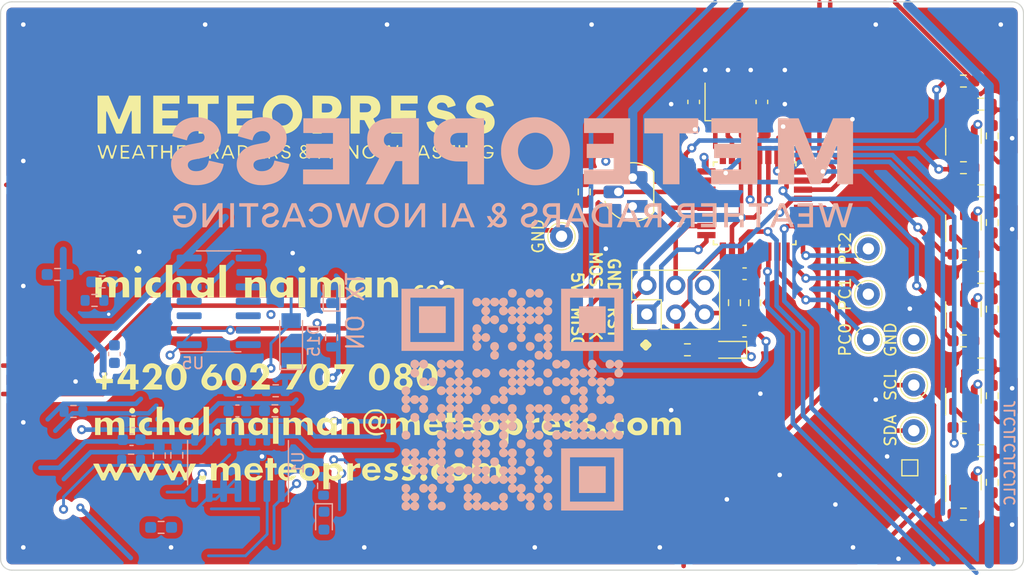
<source format=kicad_pcb>
(kicad_pcb (version 20211014) (generator pcbnew)
  (layers (0 "F.Cu" signal) (31 "B.Cu" signal) (34 "B.Paste" user) (35 "F.Paste" user) (36 "B.SilkS" user "B.Silkscreen") (37 "F.SilkS" user "F.Silkscreen") (38 "B.Mask" user) (39 "F.Mask" user) (44 "Edge.Cuts" user))
  (net 0 "")
  (net 1 "GND")
  (footprint "LED_SMD:LED_0603_1608Metric_Pad1.05x0.95mm_HandSolder" (layer "F.Cu") (at 163.986 130.615 180)
    (fp_text reference "D1" hide)
    (fp_text value "LED")
  )
  (footprint "Resistor_SMD:R_0603_1608Metric_Pad0.98x0.95mm_HandSolder" (layer "F.Cu") (at 151.35 116.725 90)
    (fp_text reference "R14" hide)
    (fp_text value "4k7")
  )
  (footprint "Connector_PinHeader_2.54mm:PinHeader_2x03_P2.54mm_Vertical" (layer "F.Cu") (at 156.857 127.483 90)
    (fp_text reference "J1" hide)
    (fp_text value "AVR-ISP-6")
  )
  (footprint "Package_TO_SOT_SMD:SOT-23" (layer "F.Cu") (at 184.7144 134.659 90)
    (fp_text reference "Q5" hide)
    (fp_text value "MMBT3904")
  )
  (footprint "Resistor_SMD:R_0603_1608Metric_Pad0.98x0.95mm_HandSolder" (layer "F.Cu") (at 184.7144 145.073)
    (fp_text reference "R33" hide)
    (fp_text value "47k")
  )
  (footprint "Resistor_SMD:R_0603_1608Metric_Pad0.98x0.95mm_HandSolder" (layer "F.Cu") (at 164.572 126.4705 90)
    (fp_text reference "R8" hide)
    (fp_text value "4k7")
  )
  (footprint "Package_TO_SOT_THT:TO-92_HandSolder" (layer "F.Cu") (at 155.62 117.995 90)
    (fp_text reference "U2" hide)
    (fp_text value "DS18B20")
  )
  (footprint "Resistor_SMD:R_0603_1608Metric_Pad0.98x0.95mm_HandSolder" (layer "F.Cu") (at 166.35 126.4825 -90)
    (fp_text reference "R9" hide)
    (fp_text value "10k")
  )
  (footprint "Package_TO_SOT_SMD:SOT-23" (layer "F.Cu") (at 184.7144 119.419 90)
    (fp_text reference "Q1" hide)
    (fp_text value "MMBT3904")
  )
  (footprint "meteopress:TestPoint_THTPad_D2.0mm_Drill1.0mm" (layer "F.Cu") (at 176.35 125.725 -90)
    (fp_text reference "TP28" hide)
    (fp_text value "PC1")
  )
  (footprint "meteopress:TestPoint_THTPad_D2.0mm_Drill1.0mm" (layer "F.Cu") (at 180.35 137.725 -90)
    (fp_text reference "TP3" hide)
    (fp_text value "SDA")
  )
  (footprint "Resistor_SMD:R_0603_1608Metric_Pad0.98x0.95mm_HandSolder" (layer "F.Cu") (at 186.2384 109.005)
    (fp_text reference "R40" hide)
    (fp_text value "100k")
  )
  (footprint "Package_TO_SOT_SMD:SOT-23" (layer "F.Cu") (at 184.7144 127.039 90)
    (fp_text reference "Q3" hide)
    (fp_text value "MMBT3904")
  )
  (footprint "Capacitor_SMD:C_0603_1608Metric_Pad1.08x0.95mm_HandSolder" (layer "F.Cu") (at 165.461 123.925)
    (fp_text reference "C16" hide)
    (fp_text value "100n")
  )
  (footprint "meteopress:TestPoint_THTPad_D2.0mm_Drill1.0mm" (layer "F.Cu") (at 176.35 121.725 -90)
    (fp_text reference "TP29" hide)
    (fp_text value "PC2")
  )
  (footprint "Resistor_SMD:R_0603_1608Metric_Pad0.98x0.95mm_HandSolder" (layer "F.Cu") (at 186.2384 116.625 180)
    (fp_text reference "R22" hide)
    (fp_text value "10k")
  )
  (footprint "Resistor_SMD:R_0603_1608Metric_Pad0.98x0.95mm_HandSolder" (layer "F.Cu") (at 184.7144 114.593)
    (fp_text reference "R41" hide)
    (fp_text value "47k")
  )
  (footprint "Capacitor_SMD:C_0603_1608Metric_Pad1.08x0.95mm_HandSolder" (layer "F.Cu") (at 160.982 108.808 90)
    (fp_text reference "C9" hide)
    (fp_text value "10p")
  )
  (footprint "Resistor_SMD:R_0603_1608Metric_Pad0.98x0.95mm_HandSolder" (layer "F.Cu") (at 187.2544 142.279 90)
    (fp_text reference "R34" hide)
    (fp_text value "47k")
  )
  (footprint "meteopress:MichalNajman" (layer "F.Cu") (at 134 133)
    (fp_text reference "G***" hide)
    (fp_text value "LOGO" hide)
  )
  (footprint "meteopress:TestPoint_THTPad_D2.0mm_Drill1.0mm" (layer "F.Cu") (at 180.35 133.725 -90)
    (fp_text reference "TP2" hide)
    (fp_text value "SCL")
  )
  (footprint "TestPoint:TestPoint_Pad_1.0x1.0mm" (layer "F.Cu") (at 180 141)
    (fp_text reference "J1" hide)
    (fp_text value "Conn_01x01_Male")
  )
  (footprint "Resistor_SMD:R_0603_1608Metric_Pad0.98x0.95mm_HandSolder" (layer "F.Cu") (at 187.2544 127.039 90)
    (fp_text reference "R26" hide)
    (fp_text value "47k")
  )
  (footprint "Crystal:Crystal_SMD_3225-4Pin_3.2x2.5mm" (layer "F.Cu") (at 163.982 108.808)
    (fp_text reference "Y1" hide)
    (fp_text value "16MHz")
  )
  (footprint "Resistor_SMD:R_0603_1608Metric_Pad0.98x0.95mm_HandSolder" (layer "F.Cu") (at 187.2544 134.659 -90)
    (fp_text reference "R28" hide)
    (fp_text value "100k")
  )
  (footprint "Capacitor_SMD:C_0603_1608Metric_Pad1.08x0.95mm_HandSolder" (layer "F.Cu") (at 165.45 128.975 180)
    (fp_text reference "C14" hide)
    (fp_text value "1u")
  )
  (footprint "Resistor_SMD:R_0603_1608Metric_Pad0.98x0.95mm_HandSolder" (layer "F.Cu") (at 160.43 130.615 180)
    (fp_text reference "R11" hide)
    (fp_text value "4k7")
  )
  (footprint "Package_TO_SOT_SMD:SOT-23" (layer "F.Cu") (at 184.7144 142.279 90)
    (fp_text reference "Q7" hide)
    (fp_text value "MMBT3904")
  )
  (footprint "Resistor_SMD:R_0603_1608Metric_Pad0.98x0.95mm_HandSolder" (layer "F.Cu") (at 187.2544 119.419 -90)
    (fp_text reference "R20" hide)
    (fp_text value "100k")
  )
  (footprint "meteopress:TestPoint_THTPad_D2.0mm_Drill1.0mm" (layer "F.Cu") (at 180.35 129.725 -90)
    (fp_text reference "TP14" hide)
    (fp_text value "GND")
  )
  (footprint "meteopress:TestPoint_THTPad_D2.0mm_Drill1.0mm" (layer "F.Cu") (at 176.35 129.725 -90)
    (fp_text reference "TP27" hide)
    (fp_text value "PC0")
  )
  (footprint "Resistor_SMD:R_0603_1608Metric_Pad0.98x0.95mm_HandSolder" (layer "F.Cu") (at 184.7144 122.213)
    (fp_text reference "R21" hide)
    (fp_text value "47k")
  )
  (footprint "Resistor_SMD:R_0603_1608Metric_Pad0.98x0.95mm_HandSolder" (layer "F.Cu") (at 186.2384 131.865 180)
    (fp_text reference "R30" hide)
    (fp_text value "10k")
  )
  (footprint "Resistor_SMD:R_0603_1608Metric_Pad0.98x0.95mm_HandSolder" (layer "F.Cu") (at 187.2544 111.799 90)
    (fp_text reference "R42" hide)
    (fp_text value "47k")
  )
  (footprint "Resistor_SMD:R_0603_1608Metric_Pad0.98x0.95mm_HandSolder" (layer "F.Cu") (at 184.7144 129.833)
    (fp_text reference "R25" hide)
    (fp_text value "47k")
  )
  (footprint "Package_QFP:TQFP-32_7x7mm_P0.8mm" (layer "F.Cu") (at 166.35 117.725 -90)
    (fp_text reference "U1" hide)
    (fp_text value "ATmega328P-AU")
  )
  (footprint "Capacitor_SMD:C_0603_1608Metric_Pad1.08x0.95mm_HandSolder" (layer "F.Cu") (at 166.35 111.545 180)
    (fp_text reference "C7" hide)
    (fp_text value "100n")
  )
  (footprint "meteopress:TestPoint_THTPad_D2.0mm_Drill1.0mm" (layer "F.Cu") (at 149.35 120.625 -90)
    (fp_text reference "TP18" hide)
    (fp_text value "GND")
  )
  (footprint "meteopress:MeteopressLogo_35x6" (layer "F.Cu") (at 126 111)
    (fp_text reference "G***" hide)
    (fp_text value "LOGO" hide)
  )
  (footprint "Resistor_SMD:R_0603_1608Metric_Pad0.98x0.95mm_HandSolder" (layer "F.Cu") (at 186.2384 139.485)
    (fp_text reference "R32" hide)
    (fp_text value "100k")
  )
  (footprint "Resistor_SMD:R_0603_1608Metric_Pad0.98x0.95mm_HandSolder" (layer "F.Cu") (at 186.2384 124.245)
    (fp_text reference "R24" hide)
    (fp_text value "100k")
  )
  (footprint "Package_TO_SOT_SMD:SOT-23" (layer "F.Cu") (at 184.7144 111.799 90)
    (fp_text reference "Q11" hide)
    (fp_text value "MMBT3904")
  )
  (footprint "Capacitor_SMD:C_0603_1608Metric_Pad1.08x0.95mm_HandSolder" (layer "F.Cu") (at 166.982 108.808 -90)
    (fp_text reference "C8" hide)
    (fp_text value "10p")
  )
  (footprint "Resistor_SMD:R_0603_1608Metric_Pad0.98x0.95mm_HandSolder" (layer "F.Cu") (at 184.7144 137.453)
    (fp_text reference "R29" hide)
    (fp_text value "47k")
  )
  (footprint "Resistor_SMD:R_0603_1608Metric_Pad0.98x0.95mm_HandSolder" (layer "F.Cu") (at 184.7144 106.973)
    (fp_text reference "R37" hide)
    (fp_text value "47k")
  )
  (footprint "Resistor_SMD:R_0603_1608Metric" (layer "B.Cu") (at 113.965 139.93 90)
    (fp_text reference "R26" hide)
    (fp_text value "1k1")
  )
  (footprint "Capacitor_SMD:C_0603_1608Metric" (layer "B.Cu") (at 110.015 130.99 -90)
    (fp_text reference "C22" hide)
    (fp_text value "100n" hide)
  )
  (footprint "Resistor_SMD:R_0603_1608Metric_Pad0.98x0.95mm_HandSolder" (layer "B.Cu") (at 114.125 146.24)
    (fp_text reference "R7" hide)
    (fp_text value "NM")
  )
  (footprint "Resistor_SMD:R_0603_1608Metric_Pad0.98x0.95mm_HandSolder" (layer "B.Cu") (at 124.135 135.98)
    (fp_text reference "R23" hide)
    (fp_text value "NM")
  )
  (footprint "meteopress:MeteopressLogo_60x10" (layer "B.Cu") (at 145 115 180)
    (fp_text reference "G***" hide)
    (fp_text value "LOGO" hide)
  )
  (footprint "Diode_SMD:D_MiniMELF" (layer "B.Cu") (at 125.565 129.796 90)
    (fp_text reference "D15")
    (fp_text value "SS4148")
  )
  (footprint "Package_SO:SOIC-14_3.9x8.7mm_P1.27mm" (layer "B.Cu") (at 120.89 140.55 90)
    (fp_text reference "U1")
    (fp_text value "74HC14")
  )
  (footprint "Capacitor_SMD:C_0603_1608Metric" (layer "B.Cu") (at 120.835 135.99 180)
    (fp_text reference "C3" hide)
    (fp_text value "1n")
  )
  (footprint "meteopress:MeteopressQR20" (layer "B.Cu") (at 145 135 180)
    (fp_text reference "G***" hide)
    (fp_text value "LOGO" hide)
  )
  (footprint "Resistor_SMD:R_0603_1608Metric" (layer "B.Cu") (at 108.265 126.27 180)
    (fp_text reference "R5" hide)
    (fp_text value "4k7")
  )
  (footprint "Resistor_SMD:R_0603_1608Metric" (layer "B.Cu") (at 106.415 136.04 180)
    (fp_text reference "R6" hide)
    (fp_text value "4k7")
  )
  (footprint "Resistor_SMD:R_0603_1608Metric_Pad0.98x0.95mm_HandSolder" (layer "B.Cu") (at 105.015 123.99)
    (fp_text reference "R36" hide)
    (fp_text value "4k7")
  )
  (footprint "Resistor_SMD:R_0603_1608Metric_Pad0.98x0.95mm_HandSolder" (layer "B.Cu") (at 115.505 139.9 90)
    (fp_text reference "R25" hide)
    (fp_text value "NM")
  )
  (footprint "LED_SMD:LED_0603_1608Metric" (layer "B.Cu") (at 129.121 125.717 90)
    (fp_text reference "D7" hide)
    (fp_text value "TX ON")
  )
  (footprint "Resistor_SMD:R_0603_1608Metric" (layer "B.Cu") (at 124.205 134.22)
    (fp_text reference "R24" hide)
    (fp_text value "1k1")
  )
  (footprint "Capacitor_SMD:C_0603_1608Metric_Pad1.08x0.95mm_HandSolder" (layer "B.Cu") (at 120.985 134.26 180)
    (fp_text reference "C4" hide)
    (fp_text value "NM")
  )
  (footprint "Capacitor_SMD:C_0603_1608Metric_Pad1.08x0.95mm_HandSolder" (layer "B.Cu") (at 111.705 136.95 180)
    (fp_text reference "C9" hide)
    (fp_text value "NM")
  )
  (footprint "Resistor_SMD:R_0603_1608Metric" (layer "B.Cu") (at 128.415 142.59 90)
    (fp_text reference "R8" hide)
    (fp_text value "1k1")
  )
  (footprint "Resistor_SMD:R_0603_1608Metric" (layer "B.Cu") (at 111.485 140.32)
    (fp_text reference "R42" hide)
    (fp_text value "510")
  )
  (footprint "ss-breakout:SO-14_3.9x8.65mm_P1.27mm_handsolder" (layer "B.Cu") (at 119.1925 126.35)
    (fp_text reference "U5")
    (fp_text value "74HC125")
  )
  (footprint "LED_SMD:LED_0603_1608Metric" (layer "B.Cu") (at 128.455 145.65 -90)
    (fp_text reference "D1" hide)
    (fp_text value "BOOST ON")
  )
  (footprint "Resistor_SMD:R_0603_1608Metric_Pad0.98x0.95mm_HandSolder" (layer "B.Cu") (at 108.945 124.64 180)
    (fp_text reference "R29" hide)
    (fp_text value "NM")
  )
  (footprint "Resistor_SMD:R_0603_1608Metric" (layer "B.Cu") (at 129.121 129.542 -90)
    (fp_text reference "R34" hide)
    (fp_text value "1k1")
  )
  (footprint "Capacitor_SMD:C_0603_1608Metric" (layer "B.Cu") (at 111.525 138.52 180)
    (fp_text reference "C8" hide)
    (fp_text value "1n")
  )
  (gr_arc (start 188.999999 100.000001) (mid 189.707106 100.292894) (end 189.999999 101.000001) (layer "Edge.Cuts") (width 0.1))
  (gr_line (start 189 150) (end 101 150) (layer "Edge.Cuts") (width 0.1))
  (gr_line (start 101 100) (end 189 100) (layer "Edge.Cuts") (width 0.1))
  (gr_arc (start 101.000001 149.999999) (mid 100.292894 149.707106) (end 100.000001 148.999999) (layer "Edge.Cuts") (width 0.1))
  (gr_arc (start 189.999999 148.999999) (mid 189.707106 149.707106) (end 188.999999 149.999999) (layer "Edge.Cuts") (width 0.1))
  (gr_arc (start 100 101) (mid 100.292893 100.292893) (end 101 100) (layer "Edge.Cuts") (width 0.1))
  (gr_line (start 190 101) (end 190 149) (layer "Edge.Cuts") (width 0.1))
  (gr_line (start 100 149) (end 100 101) (layer "Edge.Cuts") (width 0.1))
  (gr_text "JLCJLCJLCJLC" (at 188.8 139.7 90) (layer "B.SilkS") (effects (font (size 0.9 0.9) (thickness 0.16)) (justify mirror)))
  (gr_text "RST\nSCK\nMISO" (at 152.35 126.725 270) (layer "F.SilkS") (effects (font (size 1 1) (thickness 0.2)) (justify left)))
  (gr_text "." (at 159.238 130.19 270) (layer "F.SilkS") (effects (font (size 6 6) (thickness 0.4))))
  (gr_text "GND\nMOSI\n5V" (at 152.35 125.725 270) (layer "F.SilkS") (effects (font (size 1 1) (thickness 0.2)) (justify right)))
  (segment (start 159.5175 130.615) (end 159.5175 127.6035) (width 0.4) (layer "F.Cu") (net 0))
  (segment (start 187.6449 139.979) (end 187.1509 139.485) (width 0.4) (layer "F.Cu") (net 0))
  (segment (start 187.6449 109.499) (end 187.1509 109.005) (width 0.4) (layer "F.Cu") (net 0))
  (segment (start 163.982 108.658) (end 163.982 111.808) (width 0.4) (layer "F.Cu") (net 0))
  (segment (start 166.3125 128.975) (end 166.45 128.975) (width 0.4) (layer "F.Cu") (net 0))
  (segment (start 168.35 123.725) (end 170.85 126.225) (width 0.4) (layer "F.Cu") (net 0))
  (segment (start 162.1 115.725) (end 163.13 115.725) (width 0.4) (layer "F.Cu") (net 0))
  (segment (start 183.7704 112.7365) (end 185.6269 114.593) (width 0.4) (layer "F.Cu") (net 0))
  (segment (start 164.35 121.975) (end 164.35 119.775) (width 0.4) (layer "F.Cu") (net 0))
  (segment (start 150.078 126.725) (end 158.678 118.125) (width 0.4) (layer "F.Cu") (net 0))
  (segment (start 187.6449 109.499) (end 189.1182 109.499) (width 0.4) (layer "F.Cu") (net 0))
  (segment (start 187.2544 140.3695) (end 187.6449 139.979) (width 0.4) (layer "F.Cu") (net 0))
  (segment (start 169.75 117.325) (end 168.55 118.525) (width 0.4) (layer "F.Cu") (net 0))
  (segment (start 183.8019 106.973) (end 183.102 106.973) (width 0.4) (layer "F.Cu") (net 0))
  (segment (start 183.0644 129.0955) (end 183.0644 127.4394) (width 0.4) (layer "F.Cu") (net 0))
  (segment (start 172.5 118.125) (end 173.6 119.225) (width 0.4) (layer "F.Cu") (net 0))
  (segment (start 160.81 116.525) (end 160.28 115.995) (width 0.4) (layer "F.Cu") (net 0))
  (segment (start 149.856 128.73) (end 114.775 128.73) (width 0.4) (layer "F.Cu") (net 0))
  (segment (start 184.7144 140.0965) (end 185.3259 139.485) (width 0.4) (layer "F.Cu") (net 0))
  (segment (start 162.1 114.925) (end 162.1 113.895) (width 0.4) (layer "F.Cu") (net 0))
  (segment (start 163.13 115.725) (end 163.8 115.055) (width 0.4) (layer "F.Cu") (net 0))
  (segment (start 166.35 127.395) (end 164.584 127.395) (width 0.4) (layer "F.Cu") (net 0))
  (segment (start 185.6644 126.343) (end 185.9844 126.023) (width 0.6) (layer "F.Cu") (net 0))
  (segment (start 187.6449 124.739) (end 187.1509 124.245) (width 0.4) (layer "F.Cu") (net 0))
  (segment (start 187.2544 144.057) (end 187.2544 143.1915) (width 0.4) (layer "F.Cu") (net 0))
  (segment (start 187.6449 132.359) (end 189.0582 132.359) (width 0.4) (layer "F.Cu") (net 0))
  (segment (start 183.7704 143.2165) (end 185.6269 145.073) (width 0.4) (layer "F.Cu") (net 0))
  (segment (start 167.55 115.8075) (end 167.5495 115.808) (width 0.4) (layer "F.Cu") (net 0))
  (segment (start 167.55 113.475) (end 167.55 115.8075) (width 0.4) (layer "F.Cu") (net 0))
  (segment (start 167.5495 116.475) (end 167.5495 117.4145) (width 0.4) (layer "F.Cu") (net 0))
  (segment (start 183.7644 127.9765) (end 183.7704 127.9765) (width 0.4) (layer "F.Cu") (net 0))
  (segment (start 173.29 114.595) (end 172.73 114.035) (width 0.4) (layer "F.Cu") (net 0))
  (segment (start 129.8 120.105) (end 125.8 116.105) (width 0.4) (layer "F.Cu") (net 0))
  (segment (start 170.6 119.725) (end 169.19 119.725) (width 0.4) (layer "F.Cu") (net 0))
  (segment (start 168.35 113.475) (end 168.35 114.8845) (width 0.4) (layer "F.Cu") (net 0))
  (segment (start 174.09 114.305) (end 174.09 115.565) (width 0.4) (layer "F.Cu") (net 0))
  (segment (start 187.7764 136.959) (end 187.2544 136.437) (width 0.4) (layer "F.Cu") (net 0))
  (segment (start 165.835 120.215) (end 167.51 120.215) (width 0.4) (layer "F.Cu") (net 0))
  (segment (start 187.7764 136.959) (end 189.0582 136.959) (width 0.4) (layer "F.Cu") (net 0))
  (segment (start 185.6644 111.103) (end 185.9844 110.783) (width 0.6) (layer "F.Cu") (net 0))
  (segment (start 164.682 107.958) (end 163.982 108.658) (width 0.4) (layer "F.Cu") (net 0))
  (segment (start 174.85 133.725) (end 173.6 132.475) (width 0.4) (layer "F.Cu") (net 0))
  (segment (start 165.95 116.4645) (end 165.95 117.4145) (width 0.4) (layer "F.Cu") (net 0))
  (segment (start 170.6 118.925) (end 171.8 118.925) (width 0.4) (layer "F.Cu") (net 0))
  (segment (start 187.6449 132.359) (end 187.1509 131.865) (width 0.4) (layer "F.Cu") (net 0))
  (segment (start 187.6449 124.739) (end 189.2782 124.739) (width 0.4) (layer "F.Cu") (net 0))
  (segment (start 183.079472 122.213) (end 183.8019 122.213) (width 0.4) (layer "F.Cu") (net 0))
  (segment (start 187.2544 113.577) (end 187.2544 112.7115) (width 0.4) (layer "F.Cu") (net 0))
  (segment (start 170.6 117.325) (end 169.75 117.325) (width 0.4) (layer "F.Cu") (net 0))
  (segment (start 163.111 130.615) (end 161.3425 130.615) (width 0.5) (layer "F.Cu") (net 0))
  (segment (start 162.1 118.925) (end 159.656 118.925) (width 0.4) (layer "F.Cu") (net 0))
  (segment (start 164.861 130.615) (end 165.44 130.615) (width 0.4) (layer "F.Cu") (net 0))
  (segment (start 183.0644 127.4394) (end 180.6 124.975) (width 0.4) (layer "F.Cu") (net 0))
  (segment (start 163.55 113.475) (end 162.882 112.807) (width 0.4) (layer "F.Cu") (net 0))
  (segment (start 184.7144 117.2365) (end 185.3259 116.625) (width 0.4) (layer "F.Cu") (net 0))
  (segment (start 167.425 123.681793) (end 167.55 123.556793) (width 0.4) (layer "F.Cu") (net 0))
  (segment (start 160.28 115.995) (end 160.28 113.395) (width 0.4) (layer "F.Cu") (net 0))
  (segment (start 137.755 115.46) (end 133.8 111.505) (width 0.6) (layer "F.Cu") (net 0))
  (segment (start 165.95 115.8075) (end 165.95 116.4645) (width 0.4) (layer "F.Cu") (net 0))
  (segment (start 166.982 107.9455) (end 165.0945 107.9455) (width 0.4) (layer "F.Cu") (net 0))
  (segment (start 185.6644 120.3565) (end 185.6644 118.723) (width 0.6) (layer "F.Cu") (net 0))
  (segment (start 165.4875 110.0635) (end 165.082 109.658) (width 0.4) (layer "F.Cu") (net 0))
  (segment (start 183.102 106.973) (end 182.35 107.725) (width 0.4) (layer "F.Cu") (net 0))
  (segment (start 165.4875 111.629) (end 165.95 112.0915) (width 0.4) (layer "F.Cu") (net 0))
  (segment (start 165.165 137.725) (end 160.097 142.793) (width 0.4) (layer "F.Cu") (net 0))
  (segment (start 166.75 118.545) (end 166.32 118.975) (width 0.4) (layer "F.Cu") (net 0))
  (segment (start 164.35 119.775) (end 165.15 118.975) (width 0.4) (layer "F.Cu") (net 0))
  (segment (start 160.097 146.913) (end 160.097 142.793) (width 0.4) (layer "F.Cu") (net 0))
  (segment (start 160.465 119.725) (end 162.1 119.725) (width 0.4) (layer "F.Cu") (net 0))
  (segment (start 172.23 114.035) (end 172.05 113.855) (width 0.4) (layer "F.Cu") (net 0))
  (segment (start 162.1 116.525) (end 160.81 116.525) (width 0.4) (layer "F.Cu") (net 0))
  (segment (start 173.13 116.525) (end 170.6 116.525) (width 0.4) (layer "F.Cu") (net 0))
  (segment (start 183.7644 112.7365) (end 183.7704 112.7365) (width 0.4) (layer "F.Cu") (net 0))
  (segment (start 109 134.505) (end 100.2 134.505) (width 0.4) (layer "F.Cu") (net 0))
  (segment (start 166.75 113.475) (end 166.75 118.545) (width 0.4) (layer "F.Cu") (net 0))
  (segment (start 155.62 115.455) (end 144.62 115.455) (width 0.6) (layer "F.Cu") (net 0))
  (segment (start 187.7764 114.099) (end 189.1382 114.099) (width 0.4) (layer "F.Cu") (net 0))
  (segment (start 164.572 123.8475) (end 164.5985 123.821) (width 0.4) (layer "F.Cu") (net 0))
  (segment (start 183.7704 105.1165) (end 185.6269 106.973) (width 0.4) (layer "F.Cu") (net 0))
  (segment (start 165.95 112.0915) (end 165.95 113.475) (width 0.4) (layer "F.Cu") (net 0))
  (segment (start 170.6 114.925) (end 172.35 114.925) (width 0.4) (layer "F.Cu") (net 0))
  (segment (start 169.15 122.625) (end 170.85 124.325) (width 0.4) (layer "F.Cu") (net 0))
  (segment (start 163.137233 121.975) (end 163.55 121.975) (width 0.4) (layer "F.Cu") (net 0))
  (segment (start 187.2544 109.8895) (end 187.6449 109.499) (width 0.4) (layer "F.Cu") (net 0))
  (segment (start 172.05 113.855) (end 172.05 100.039) (width 0.4) (layer "F.Cu") (net 0))
  (segment (start 159.008 116.725) (end 159.608 117.325) (width 0.4) (layer "F.Cu") (net 0))
  (segment (start 187.2544 136.437) (end 187.2544 135.5715) (width 0.4) (layer "F.Cu") (net 0))
  (segment (start 187.2544 110.8865) (end 187.2544 109.8895) (width 0.4) (layer "F.Cu") (net 0))
  (segment (start 169.15 137.725) (end 165.165 137.725) (width 0.4) (layer "F.Cu") (net 0))
  (segment (start 183.9 137.5511) (end 183.8019 137.453) (width 0.4) (layer "F.Cu") (net 0))
  (segment (start 176.5 137.725) (end 172.85 134.075) (width 0.4) (layer "F.Cu") (net 0))
  (segment (start 163.982 111.808) (end 164.35 112.176) (width 0.4) (layer "F.Cu") (net 0))
  (segment (start 166.75 121.975) (end 166.75 123.3945) (width 0.4) (layer "F.Cu") (net 0))
  (segment (start 149 120.105) (end 129.8 120.105) (width 0.4) (layer "F.Cu") (net 0))
  (segment (start 165.95 117.4145) (end 165.9505 117.415) (width 0.4) (layer "F.Cu") (net 0))
  (segment (start 165.15 113.475) (end 165.15 118.975) (width 0.4) (layer "F.Cu") (net 0))
  (segment (start 164.572 127.383) (end 162.037 127.383) (width 0.4) (layer "F.Cu") (net 0))
  (segment (start 187.2544 132.7495) (end 187.6449 132.359) (width 0.4) (layer "F.Cu") (net 0))
  (segment (start 171.675 115.725) (end 171.705 115.755) (width 0.4) (layer "F.Cu") (net 0))
  (segment (start 167.55 123.556793) (end 167.55 121.975) (width 0.4) (layer "F.Cu") (net 0))
  (segment (start 136.35 126.725) (end 150.078 126.725) (width 0.4) (layer "F.Cu") (net 0))
  (segment (start 171.8 118.925) (end 172.85 119.975) (width 0.4) (layer "F.Cu") (net 0))
  (segment (start 159.608 117.325) (end 162.1 117.325) (width 0.4) (layer "F.Cu") (net 0))
  (segment (start 162.1 118.125) (end 158.678 118.125) (width 0.4) (layer "F.Cu") (net 0))
  (segment (start 170.6 118.125) (end 172.5 118.125) (width 0.4) (layer "F.Cu") (net 0))
  (segment (start 183.6699 114.725) (end 183.8019 114.593) (width 0.4) (layer "F.Cu") (net 0))
  (segment (start 170.6 122.075) (end 170.85 122.325) (width 0.4) (layer "F.Cu") (net 0))
  (segment (start 162.1 113.895) (end 161.89 113.685) (width 0.4) (layer "F.Cu") (net 0))
  (segment (start 161.382 121.808) (end 162.1 121.09) (width 0.4) (layer "F.Cu") (net 0))
  (segment (start 165.15 121.975) (end 165.15 120.9) (width 0.4) (layer "F.Cu") (net 0))
  (segment (start 184.7144 141.3415) (end 184.7144 140.0965) (width 0.4) (layer "F.Cu") (net 0))
  (segment (start 167.2125 111.629) (end 166.75 112.0915) (width 0.4) (layer "F.Cu") (net 0))
  (segment (start 184.7144 110.8615) (end 184.7144 109.6165) (width 0.4) (layer "F.Cu") (net 0))
  (segment (start 183.7644 143.2165) (end 183.7704 143.2165) (width 0.4) (layer "F.Cu") (net 0))
  (segment (start 107.8 132.005) (end 100.2 132.005) (width 0.4) (layer "F.Cu") (net 0))
  (segment (start 159.397 127.483) (end 160.647 126.233) (width 0.4) (layer "F.Cu") (net 0))
  (segment (start 171.705 115.755) (end 172.83 115.755) (width 0.4) (layer "F.Cu") (net 0))
  (segment (start 182.123575 135.498575) (end 182.123575 143.251425) (width 0.4) (layer "F.Cu") (net 0))
  (segment (start 165.95 113.475) (end 165.95 115.8075) (width 0.4) (layer "F.Cu") (net 0))
  (segment (start 172.83 115.755) (end 173.29 115.295) (width 0.4) (layer "F.Cu") (net 0))
  (segment (start 156.857 124.943) (end 154.55 127.25) (width 0.4) (layer "F.Cu") (net 0))
  (segment (start 162.882 112.807) (end 162.882 109.658) (width 0.4) (layer "F.Cu") (net 0))
  (segment (start 187.7764 121.719) (end 189.2582 121.719) (width 0.4) (layer "F.Cu") (net 0))
  (segment (start 159.656 118.925) (end 149.856 128.725) (width 0.4) (layer "F.Cu") (net 0))
  (segment (start 162.8695 109.6705) (end 162.882 109.658) (width 0.4) (layer "F.Cu") (net 0))
  (segment (start 187.2544 126.1265) (end 187.2544 125.1295) (width 0.4) (layer "F.Cu") (net 0))
  (segment (start 162.037 127.383) (end 161.937 127.483) (width 0.4) (layer "F.Cu") (net 0))
  (segment (start 187.2544 141.3665) (end 187.2544 140.3695) (width 0.4) (layer "F.Cu") (net 0))
  (segment (start 184.7144 126.1015) (end 184.7144 124.8565) (width 0.4) (layer "F.Cu") (net 0))
  (segment (start 169.15 113.475) (end 169.15 115.725) (width 0.4) (layer "F.Cu") (net 0))
  (segment (start 154.35 116.725) (end 152.2625 116.725) (width 0.4) (layer "F.Cu") (net 0))
  (segment (start 172.99 104.365) (end 172.99 100.039) (width 0.4) (layer "F.Cu") (net 0))
  (segment (start 187.7764 144.579) (end 189.0382 144.579) (width 0.4) (layer "F.Cu") (net 0))
  (segment (start 166.75 112.0915) (end 166.75 113.475) (width 0.4) (layer "F.Cu") (net 0))
  (segment (start 168.35 121.975) (end 168.35 123.725) (width 0.4) (layer "F.Cu") (net 0))
  (segment (start 165.0945 107.9455) (end 165.082 107.958) (width 0.4) (layer "F.Cu") (net 0))
  (segment (start 184.7144 109.6165) (end 185.3259 109.005) (width 0.4) (layer "F.Cu") (net 0))
  (segment (start 167.5495 117.4145) (end 167.56 117.425) (width 0.4) (layer "F.Cu") (net 0))
  (segment (start 187.7764 129.339) (end 187.2544 128.817) (width 0.4) (layer "F.Cu") (net 0))
  (segment (start 187.6449 139.979) (end 189.0382 139.979) (width 0.4) (layer "F.Cu") (net 0))
  (segment (start 154.35 116.725) (end 159.008 116.725) (width 0.4) (layer "F.Cu") (net 0))
  (segment (start 172.85 134.025) (end 169.15 137.725) (width 0.4) (layer "F.Cu") (net 0))
  (segment (start 187.7764 129.339) (end 189.1782 129.339) (width 0.4) (layer "F.Cu") (net 0))
  (segment (start 174.09 115.565) (end 173.13 116.525) (width 0.4) (layer "F.Cu") (net 0))
  (segment (start 169.15 115.725) (end 169.15 116.315) (width 0.4) (layer "F.Cu") (net 0))
  (segment (start 160.647 126.233) (end 160.647 124.465233) (width 0.4) (layer "F.Cu") (net 0))
  (segment (start 162.882 107.958) (end 160.9945 107.958) (width 0.4) (layer "F.Cu") (net 0))
  (segment (start 187.2544 121.197) (end 187.2544 120.3315) (width 0.4) (layer "F.Cu") (net 0))
  (segment (start 152.2625 116.725) (end 151.35 117.6375) (width 0.4) (layer "F.Cu") (net 0))
  (segment (start 187.2544 117.5095) (end 187.6449 117.119) (width 0.4) (layer "F.Cu") (net 0))
  (segment (start 166.9695 109.658) (end 166.982 109.6705) (width 0.4) (layer "F.Cu") (net 0))
  (segment (start 165.082 107.958) (end 164.682 107.958) (width 0.4) (layer "F.Cu") (net 0))
  (segment (start 180.35 133.725) (end 182.123575 135.498575) (width 0.4) (layer "F.Cu") (net 0))
  (segment (start 165.082 109.658) (end 166.9695 109.658) (width 0.4) (layer "F.Cu") (net 0))
  (segment (start 162.1 121.09) (end 162.1 120.525) (width 0.4) (layer "F.Cu") (net 0))
  (segment (start 183.7704 120.3565) (end 185.6269 122.213) (width 0.4) (layer "F.Cu") (net 0))
  (segment (start 185.6644 112.7365) (end 185.6644 111.103) (width 0.6) (layer "F.Cu") (net 0))
  (segment (start 187.2544 118.5065) (end 187.2544 117.5095) (width 0.4) (layer "F.Cu") (net 0))
  (segment (start 173.6 132.475) (end 173.6 119.225) (width 0.4) (layer "F.Cu") (net 0))
  (segment (start 159.397 124.943) (end 159.397 120.793) (width 0.4) (layer "F.Cu") (net 0))
  (segment (start 187.6449 117.119) (end 189.1982 117.119) (width 0.4) (layer "F.Cu") (net 0))
  (segment (start 183.7704 127.9765) (end 185.6269 129.833) (width 0.4) (layer "F.Cu") (net 0))
  (segment (start 160.28 113.395) (end 160.81 112.865) (width 0.4) (layer "F.Cu") (net 0))
  (segment (start 164.35 123.5725) (end 164.5985 123.821) (width 0.4) (layer "F.Cu") (net 0))
  (segment (start 165.15 120.9) (end 165.835 120.215) (width 0.4) (layer "F.Cu") (net 0))
  (segment (start 170.6 120.525) (end 170.6 122.075) (width 0.4) (layer "F.Cu") (net 0))
  (segment (start 183.8019 129.833) (end 183.0644 129.0955) (width 0.4) (layer "F.Cu") (net 0))
  (segment (start 155.62 115.46) (end 137.755 115.46) (width 0.6) (layer "F.Cu") (net 0))
  (segment (start 172.99 104.365) (end 172.99 113.205) (width 0.4) (layer "F.Cu") (net 0))
  (segment (start 183.7704 105.1165) (end 178.6929 100.039) (width 0.4) (layer "F.Cu") (net 0))
  (segment (start 165.44 130.615) (end 166.05 131.225) (width 0.4) (layer "F.Cu") (net 0))
  (segment (start 164.572 125.558) (end 164.572 123.8475) (width 0.4) (layer "F.Cu") (net 0))
  (segment (start 183.9 138.825) (end 183.9 137.5511) (width 0.4) (layer "F.Cu") (net 0))
  (segment (start 164.5875 127.3985) (end 164.572 127.383) (width 0.4) (layer "F.Cu") (net 0))
  (segment (start 173.29 115.295) (end 173.29 114.595) (width 0.4) (layer "F.Cu") (net 0))
  (segment (start 187.7764 144.579) (end 187.2544 144.057) (width 0.4) (layer "F.Cu") (net 0))
  (segment (start 180.35 133.725) (end 174.85 133.725) (width 0.4) (layer "F.Cu") (net 0))
  (segment (start 159.397 120.793) (end 160.465 119.725) (width 0.4) (layer "F.Cu") (net 0))
  (segment (start 184.7144 133.7215) (end 184.7144 132.4765) (width 0.4) (layer "F.Cu") (net 0))
  (segment (start 182.123575 143.251425) (end 176.15 149.225) (width 0.4) (layer "F.Cu") (net 0))
  (segment (start 167.47491 123.731703) (end 167.425 123.681793) (width 0.4) (layer "F.Cu") (net 0))
  (segment (start 160.9945 107.958) (end 160.982 107.9455) (width 0.4) (layer "F.Cu") (net 0))
  (segment (start 113.075 126.73) (end 107.8 132.005) (width 0.4) (layer "F.Cu") (net 0))
  (segment (start 169.15 116.315) (end 168.84 116.625) (width 0.4) (layer "F.Cu") (net 0))
  (segment (start 159.5175 127.6035) (end 159.397 127.483) (width 0.4) (layer "F.Cu") (net 0))
  (segment (start 170.6 115.725) (end 171.675 115.725) (width 0.4) (layer "F.Cu") (net 0))
  (segment (start 172.85 133.125) (end 172.85 128.975) (width 0.4) (layer "F.Cu") (net 0))
  (segment (start 167.5495 115.808) (end 167.5495 116.475) (width 0.4) (layer "F.Cu") (net 0))
  (segment (start 187.2544 125.1295) (end 187.6449 124.739) (width 0.4) (layer "F.Cu") (net 0))
  (segment (start 185.6644 141.583) (end 185.9844 141.263) (width 0.6) (layer "F.Cu") (net 0))
  (segment (start 185.6644 135.5965) (end 185.6644 133.963) (width 0.6) (layer "F.Cu") (net 0))
  (segment (start 184.7144 132.4765) (end 185.3259 131.865) (width 0.4) (layer "F.Cu") (net 0))
  (segment (start 172.85 134.075) (end 172.85 133.125) (width 0.4) (layer "F.Cu") (net 0))
  (segment (start 182.55 114.725) (end 183.6699 114.725) (width 0.4) (layer "F.Cu") (net 0))
  (segment (start 160.982 109.6705) (end 162.8695 109.6705) (width 0.4) (layer "F.Cu") (net 0))
  (segment (start 164.35 112.176) (end 164.35 113.475) (width 0.4) (layer "F.Cu") (net 0))
  (segment (start 183.7704 135.5965) (end 185.6269 137.453) (width 0.4) (layer "F.Cu") (net 0))
  (segment (start 185.6644 127.9765) (end 185.6644 126.343) (width 0.6) (layer "F.Cu") (net 0))
  (segment (start 187.7764 121.719) (end 187.2544 121.197) (width 0.4) (layer "F.Cu") (net 0))
  (segment (start 172.85 119.975) (end 172.85 128.975) (width 0.4) (layer "F.Cu") (net 0))
  (segment (start 172.85 133.125) (end 172.85 134.025) (width 0.4) (layer "F.Cu") (net 0))
  (segment (start 160.647 124.465233) (end 163.137233 121.975) (width 0.4) (layer "F.Cu") (net 0))
  (segment (start 160.097 146.913) (end 160.097 149.639) (width 0.4) (layer "F.Cu") (net 0))
  (segment (start 164.5875 128.975) (end 164.5875 127.3985) (width 0.4) (layer "F.Cu") (net 0))
  (segment (start 172.99 113.205) (end 174.09 114.305) (width 0.4) (layer "F.Cu") (net 0))
  (segment (start 180.700736 119.834264) (end 183.079472 122.213) (width 0.4) (layer "F.Cu") (net 0))
  (segment (start 125.8 116.105) (end 100.5 116.105) (width 0.4) (layer "F.Cu") (net 0))
  (segment (start 114.775 128.73) (end 109 134.505) (width 0.4) (layer "F.Cu") (net 0))
  (segment (start 185.6644 143.2165) (end 185.6644 141.583) (width 0.6) (layer "F.Cu") (net 0))
  (segment (start 172.73 114.035) (end 172.23 114.035) (width 0.4) (layer "F.Cu") (net 0))
  (segment (start 183.7644 120.3565) (end 183.7704 120.3565) (width 0.4) (layer "F.Cu") (net 0))
  (segment (start 165.4875 111.545) (end 165.4875 110.0635) (width 0.4) (layer "F.Cu") (net 0))
  (segment (start 166.32 118.975) (end 165.15 118.975) (width 0.4) (layer "F.Cu") (net 0))
  (segment (start 150.078 126.73) (end 113.075 126.73) (width 0.4) (layer "F.Cu") (net 0))
  (segment (start 166.75 123.3945) (end 166.3235 123.821) (width 0.4) (layer "F.Cu") (net 0))
  (segment (start 184.7144 124.8565) (end 185.3259 124.245) (width 0.4) (layer "F.Cu") (net 0))
  (segment (start 164.584 127.395) (end 164.572 127.383) (width 0.4) (layer "F.Cu") (net 0))
  (segment (start 187.6449 117.119) (end 187.1509 116.625) (width 0.4) (layer "F.Cu") (net 0))
  (segment (start 187.7764 114.099) (end 187.2544 113.577) (width 0.4) (layer "F.Cu") (net 0))
  (segment (start 180.35 137.725) (end 176.5 137.725) (width 0.4) (layer "F.Cu") (net 0))
  (segment (start 187.2544 128.817) (end 187.2544 127.9515) (width 0.4) (layer "F.Cu") (net 0))
  (segment (start 166.45 128.975) (end 167.35 129.875) (width 0.4) (layer "F.Cu") (net 0))
  (segment (start 162.1 115.725) (end 163.15 115.725) (width 0.4) (layer "F.Cu") (net 0))
  (segment (start 159.5175 130.615) (end 159.5175 128.0035) (width 0.5) (layer "F.Cu") (net 0))
  (segment (start 184.7144 118.4815) (end 184.7144 117.2365) (width 0.4) (layer "F.Cu") (net 0))
  (segment (start 169.15 121.975) (end 169.15 122.625) (width 0.4) (layer "F.Cu") (net 0))
  (segment (start 187.2544 133.7465) (end 187.2544 132.7495) (width 0.4) (layer "F.Cu") (net 0))
  (segment (start 185.6644 133.963) (end 185.9844 133.643) (width 0.6) (layer "F.Cu") (net 0))
  (segment (start 169.19 119.725) (end 168.95 119.965) (width 0.4) (layer "F.Cu") (net 0))
  (segment (start 185.6644 118.723) (end 185.9844 118.403) (width 0.6) (layer "F.Cu") (net 0))
  (segment (start 183.7644 135.5965) (end 183.7704 135.5965) (width 0.4) (layer "F.Cu") (net 0))
  (segment (start 164.35 121.975) (end 164.35 123.5725) (width 0.4) (layer "F.Cu") (net 0))
  (via (at 168.95 119.965) (size 0.8) (drill 0.4) (layers "F.Cu" "B.Cu") (net 0))
  (via (at 167.35 129.875) (size 0.8) (drill 0.4) (layers "F.Cu" "B.Cu") (net 0))
  (via (at 185.9844 126.023) (size 0.8) (drill 0.4) (layers "F.Cu" "B.Cu") (net 0))
  (via (at 167.56 117.425) (size 0.8) (drill 0.4) (layers "F.Cu" "B.Cu") (net 0))
  (via (at 109.0275 132.7525) (size 0.7) (drill 0.3) (layers "F.Cu" "B.Cu") (net 0))
  (via (at 123.787 132.24) (size 0.8) (drill 0.4) (layers "F.Cu" "B.Cu") (net 0))
  (via (at 127.851 128.272) (size 0.8) (drill 0.4) (layers "F.Cu" "B.Cu") (net 0))
  (via (at 130.015 141.49) (size 0.8) (drill 0.4) (layers "F.Cu" "B.Cu") (net 0))
  (via (at 185.9844 133.643) (size 0.8) (drill 0.4) (layers "F.Cu" "B.Cu") (net 0))
  (via (at 170.85 126.225) (size 0.8) (drill 0.4) (layers "F.Cu" "B.Cu") (net 0))
  (via (at 166.05 131.225) (size 0.8) (drill 0.4) (layers "F.Cu" "B.Cu") (net 0))
  (via (at 185.9844 110.783) (size 0.8) (drill 0.4) (layers "F.Cu" "B.Cu") (net 0))
  (via (at 105.54 144.645) (size 0.8) (drill 0.4) (layers "F.Cu" "B.Cu") (net 0))
  (via (at 161.382 121.808) (size 0.8) (drill 0.4) (layers "F.Cu" "B.Cu") (net 0))
  (via (at 107.135 137.64) (size 0.8) (drill 0.4) (layers "F.Cu" "B.Cu") (net 0))
  (via (at 183.9 138.825) (size 0.8) (drill 0.4) (layers "F.Cu" "B.Cu") (net 0))
  (via (at 120.215 128.89) (size 0.8) (drill 0.4) (layers "F.Cu" "B.Cu") (net 0))
  (via (at 117.745 141.52) (size 0.8) (drill 0.4) (layers "F.Cu" "B.Cu") (net 0))
  (via (at 185.9844 118.403) (size 0.8) (drill 0.4) (layers "F.Cu" "B.Cu") (net 0))
  (via (at 182.35 107.725) (size 0.8) (drill 0.4) (layers "F.Cu" "B.Cu") (net 0))
  (via (at 114.915 131.09) (size 0.8) (drill 0.4) (layers "F.Cu" "B.Cu") (net 0))
  (via (at 165.9505 117.415) (size 0.8) (drill 0.4) (layers "F.Cu" "B.Cu") (net 0))
  (via (at 161.1 111.225) (size 0.8) (drill 0.4) (layers "F.Cu" "B.Cu") (net 0))
  (via (at 126.045 142.39) (size 0.8) (drill 0.4) (layers "F.Cu" "B.Cu") (net 0))
  (via (at 182.55 114.725) (size 0.8) (drill 0.4) (layers "F.Cu" "B.Cu") (net 0))
  (via (at 153.25 114.025) (size 0.8) (drill 0.4) (layers "F.Cu" "B.Cu") (net 0))
  (via (at 129.315 140.29) (size 0.8) (drill 0.4) (layers "F.Cu" "B.Cu") (net 0))
  (via (at 123.787 127.51) (size 0.8) (drill 0.4) (layers "F.Cu" "B.Cu") (net 0))
  (via (at 168.55 118.525) (size 0.8) (drill 0.4) (layers "F.Cu" "B.Cu") (net 0))
  (via (at 129.377 136.91) (size 0.8) (drill 0.4) (layers "F.Cu" "B.Cu") (net 0))
  (via (at 167.51 120.215) (size 0.8) (drill 0.4) (layers "F.Cu" "B.Cu") (net 0))
  (via (at 167.47491 123.731703) (size 0.8) (drill 0.4) (layers "F.Cu" "B.Cu") (net 0))
  (via (at 129.215 133.09) (size 0.8) (drill 0.4) (layers "F.Cu" "B.Cu") (net 0))
  (via (at 161.89 113.685) (size 0.8) (drill 0.4) (layers "F.Cu" "B.Cu") (net 0))
  (via (at 170.85 122.325) (size 0.8) (drill 0.4) (layers "F.Cu" "B.Cu") (net 0))
  (via (at 107.015 144.49) (size 0.7) (drill 0.3) (layers "F.Cu" "B.Cu") (net 0))
  (via (at 185.9844 141.263) (size 0.8) (drill 0.4) (layers "F.Cu" "B.Cu") (net 0))
  (via (at 165.15 118.975) (size 0.8) (drill 0.4) (layers "F.Cu" "B.Cu") (net 0))
  (via (at 172.35 114.925) (size 0.8) (drill 0.4) (layers "F.Cu" "B.Cu") (net 0))
  (via (at 180.6 124.975) (size 0.8) (drill 0.4) (layers "F.Cu" "B.Cu") (net 0))
  (via (at 168.35 114.8845) (size 0.8) (drill 0.4) (layers "F.Cu" "B.Cu") (net 0))
  (via (at 170.85 124.325) (size 0.8) (drill 0.4) (layers "F.Cu" "B.Cu") (net 0))
  (via (at 168.85 110.975) (size 0.8) (drill 0.4) (layers "F.Cu" "B.Cu") (net 0))
  (via (at 160.81 112.865) (size 0.8) (drill 0.4) (layers "F.Cu" "B.Cu") (net 0))
  (via (at 168.84 116.625) (size 0.8) (drill 0.4) (layers "F.Cu" "B.Cu") (net 0))
  (via (at 180.700736 119.834264) (size 0.8) (drill 0.4) (layers "F.Cu" "B.Cu") (net 0))
  (via (at 163.8 115.055) (size 0.8) (drill 0.4) (layers "F.Cu" "B.Cu") (net 0))
  (segment (start 160.687 126.233) (end 160.687 124.303) (width 0.4) (layer "B.Cu") (net 0))
  (segment (start 105.565 141.99) (end 107.935 139.62) (width 0.4) (layer "B.Cu") (net 0))
  (segment (start 160.687 124.303) (end 163.5075 121.4825) (width 0.4) (layer "B.Cu") (net 0))
  (segment (start 181.28 116.295) (end 182.35 117.365) (width 0.4) (layer "B.Cu") (net 0))
  (segment (start 167.47491 126.84991) (end 167.47491 123.731703) (width 0.4) (layer "B.Cu") (net 0))
  (segment (start 170.85 122.325) (end 175.75 122.325) (width 0.4) (layer "B.Cu") (net 0))
  (segment (start 169.705 129.08) (end 167.47491 126.84991) (width 0.4) (layer "B.Cu") (net 0))
  (segment (start 151.95 110.9625) (end 162.8735 100.039) (width 0.4) (layer "B.Cu") (net 0))
  (segment (start 168.35 114.8845) (end 168.35 114.875) (width 0.4) (layer "B.Cu") (net 0))
  (segment (start 180.64 112.205) (end 182.35 110.495) (width 0.4) (layer "B.Cu") (net 0))
  (segment (start 127.455 139.45) (end 134.475 139.45) (width 0.4) (layer "B.Cu") (net 0))
  (segment (start 166.45 132.425) (end 152.75 132.425) (width 0.4) (layer "B.Cu") (net 0))
  (segment (start 152.75 132.425) (end 151.95 131.625) (width 0.4) (layer "B.Cu") (net 0))
  (segment (start 169.705 137.08) (end 169.705 129.08) (width 0.4) (layer "B.Cu") (net 0))
  (segment (start 168.84 116.625) (end 168.84 116.715) (width 0.4) (layer "B.Cu") (net 0))
  (segment (start 174.95 124.325) (end 176.35 125.725) (width 0.4) (layer "B.Cu") (net 0))
  (segment (start 151.95 131.625) (end 151.95 110.9625) (width 0.4) (layer "B.Cu") (net 0))
  (segment (start 182.63 103.055) (end 179.814 100.239) (width 0.8) (layer "B.Cu") (net 0))
  (segment (start 155.62 115.455) (end 155.88 115.455) (width 0.8) (layer "B.Cu") (net 0))
  (segment (start 168.95 119.965) (end 168.95 126.325) (width 0.4) (layer "B.Cu") (net 0))
  (segment (start 170.280871 114.085) (end 176.11 114.085) (width 0.4) (layer "B.Cu") (net 0))
  (segment (start 155.62 109.575) (end 155.62 115.455) (width 0.8) (layer "B.Cu") (net 0))
  (segment (start 180.71 112.885) (end 182.55 114.725) (width 0.4) (layer "B.Cu") (net 0))
  (segment (start 171.35 128.725) (end 171.35 135.725) (width 0.4) (layer "B.Cu") (net 0))
  (segment (start 122.7305 144.61) (end 118.535 144.61) (width 0.25) (layer "B.Cu") (net 0))
  (segment (start 161.89 113.685) (end 161.89 114.465) (width 0.4) (layer "B.Cu") (net 0))
  (segment (start 168.55 118.525) (end 168.068629 118.525) (width 0.4) (layer "B.Cu") (net 0))
  (segment (start 106.347409 136.207591) (end 112.277409 136.207591) (width 0.4) (layer "B.Cu") (net 0))
  (segment (start 181.98 116.995) (end 182.35 117.365) (width 0.4) (layer "B.Cu") (net 0))
  (segment (start 123.455 146.84) (end 123.455 140.49) (width 0.25) (layer "B.Cu") (net 0))
  (segment (start 106.91 128.635) (end 109.0275 130.7525) (width 0.6) (layer "B.Cu") (net 0))
  (segment (start 168.95 126.325) (end 171.35 128.725) (width 0.4) (layer "B.Cu") (net 0))
  (segment (start 156.857 127.483) (end 158.127 126.213) (width 0.4) (layer "B.Cu") (net 0))
  (segment (start 127.685 138.24) (end 133.265 138.24) (width 0.4) (layer "B.Cu") (net 0))
  (segment (start 129.315 140.29) (end 130.215 140.29) (width 0.25) (layer "B.Cu") (net 0))
  (segment (start 125.7005 135.33) (end 126.0305 135) (width 0.4) (layer "B.Cu") (net 0))
  (segment (start 171.35 135.725) (end 185.85 150.225) (width 0.4) (layer "B.Cu") (net 0))
  (segment (start 176.11 114.085) (end 178.221472 114.085) (width 0.4) (layer "B.Cu") (net 0))
  (segment (start 170.6 136.375) (end 170.6 129.075) (width 0.4) (layer "B.Cu") (net 0))
  (segment (start 172.85 126.225) (end 176.35 129.725) (width 0.4) (layer "B.Cu") (net 0))
  (segment (start 129.815 141.69) (end 130.015 141.49) (width 0.25) (layer "B.Cu") (net 0))
  (segment (start 124.06 144.375) (end 126.045 142.39) (width 0.25) (layer "B.Cu") (net 0))
  (segment (start 182.63 103.055) (end 186.9844 107.4094) (width 0.8) (layer "B.Cu") (net 0))
  (segment (start 106.91 128.635) (end 110.08 128.635) (width 0.6) (layer "B.Cu") (net 0))
  (segment (start 129.715 132.59) (end 129.215 133.09) (width 0.4) (layer "B.Cu") (net 0))
  (segment (start 117.235 138.68) (end 119.075 136.84) (width 0.4) (layer "B.Cu") (net 0))
  (segment (start 178.47 113.485) (end 181.98 116.995) (width 0.4) (layer "B.Cu") (net 0))
  (segment (start 118.765 135.75) (end 119.185 135.33) (width 0.4) (layer "B.Cu") (net 0))
  (segment (start 169.46 117.335) (end 172.96 117.335) (width 0.4) (layer "B.Cu") (net 0))
  (segment (start 105.516975 135.368025) (end 104.145 136.74) (width 0.4) (layer "B.Cu") (net 0))
  (segment (start 111.906975 135.368025) (end 112.345 134.93) (width 0.4) (layer "B.Cu") (net 0))
  (segment (start 126.225 138.22) (end 127.455 139.45) (width 0.4) (layer "B.Cu") (net 0))
  (segment (start 170.6 129.075) (end 168.27491 126.74991) (width 0.4) (layer "B.Cu") (net 0))
  (segment (start 122.995 135.33) (end 125.7005 135.33) (width 0.4) (layer "B.Cu") (net 0))
  (segment (start 117.61 139.645) (end 119.035 138.22) (width 0.4) (layer "B.Cu") (net 0))
  (segment (start 167.35 131.525) (end 166.45 132.425) (width 0.4) (layer "B.Cu") (net 0))
  (segment (start 117.055 128.95) (end 120.155 128.95) (width 0.2) (layer "B.Cu") (net 0))
  (segment (start 181.98 116.995) (end 183.9 118.915) (width 0.4) (layer "B.Cu") (net 0))
  (segment (start 183.9 118.915) (end 183.9 138.825) (width 0.4) (layer "B.Cu") (net 0))
  (segment (start 107.135 137.64) (end 116.875 137.64) (width 0.4) (layer "B.Cu") (net 0))
  (segment (start 118.215 125.09) (end 120.405 122.9) (width 0.4) (layer "B.Cu") (net 0))
  (segment (start 186.9844 107.4094) (end 186.9844 146.3634) (width 0.8) (layer "B.Cu") (net 0))
  (segment (start 165.111129 121.4825) (end 163.5075 121.4825) (width 0.4) (layer "B.Cu") (net 0))
  (segment (start 175.75 122.325) (end 176.35 121.725) (width 0.4) (layer "B.Cu") (net 0))
  (segment (start 168.35 114.875) (end 169.74 113.485) (width 0.4) (layer "B.Cu") (net 0))
  (segment (start 156.857 123.268) (end 161.15 118.975) (width 0.4) (layer "B.Cu") (net 0))
  (segment (start 168.068629 118.525) (end 165.111129 121.4825) (width 0.4) (layer "B.Cu") (net 0))
  (segment (start 119.215 140.79) (end 108.315 140.79) (width 0.25) (layer "B.Cu") (net 0))
  (segment (start 129.715 124.29) (end 129.715 132.59) (width 0.4) (layer "B.Cu") (net 0))
  (segment (start 161.9 118.975) (end 165.15 118.975) (width 0.4) (layer "B.Cu") (net 0))
  (segment (start 160.81 112.865) (end 161.47 112.205) (width 0.4) (layer "B.Cu") (net 0))
  (segment (start 129.815 144.68) (end 129.815 141.69) (width 0.25) (layer "B.Cu") (net 0))
  (segment (start 113.017409 136.207591) (end 112.277409 136.207591) (width 0.4) (layer "B.Cu") (net 0))
  (segment (start 161.47 112.205) (end 180.64 112.205) (width 0.4) (layer "B.Cu") (net 0))
  (segment (start 180.6 121.375) (end 180.6 124.975) (width 0.4) (layer "B.Cu") (net 0))
  (segment (start 116.1325 143.1325) (end 115.9925 143.1325) (width 0.25) (layer "B.Cu") (net 0))
  (segment (start 109.0275 130.7525) (end 109.0275 132.7525) (width 0.6) (layer "B.Cu") (net 0))
  (segment (start 175.791472 114.925) (end 180.700736 119.834264) (width 0.4) (layer "B.Cu") (net 0))
  (segment (start 123.787 132.24) (end 123.787 130.05) (width 0.25) (layer "B.Cu") (net 0))
  (segment (start 161.89 114.465) (end 163.28 115.855) (width 0.4) (layer "B.Cu") (net 0))
  (segment (start 178.221472 114.085) (end 182.9 118.763528) (width 0.4) (layer "B.Cu") (net 0))
  (segment (start 156.857 123.148) (end 161.03 118.975) (width 0.6) (layer "B.Cu") (net 0))
  (segment (start 121.555 148.74) (end 123.455 146.84) (width 0.25) (layer "B.Cu") (net 0))
  (segment (start 108.315 140.79) (end 105.54 143.565) (width 0.25) (layer "B.Cu") (net 0))
  (segment (start 182.35 110.495) (end 182.35 107.725) (width 0.4) (layer "B.Cu") (net 0))
  (segment (start 167.35 129.875) (end 167.35 131.525) (width 0.4) (layer "B.Cu") (net 0))
  (segment (start 161.15 118.975) (end 161.9 118.975) (width 0.4) (layer "B.Cu") (net 0))
  (segment (start 125.565 128.272) (end 125.565 124.716) (width 0.25) (layer "B.Cu") (net 0))
  (segment (start 118.295 148.74) (end 121.555 148.74) (width 0.25) (layer "B.Cu") (net 0))
  (segment (start 161.937 127.483) (end 160.687 126.233) (width 0.4) (layer "B.Cu") (net 0))
  (segment (start 129.515 124.09) (end 129.715 124.29) (width 0.4) (layer "B.Cu") (net 0))
  (segment (start 120.155 139.85) (end 119.215 140.79) (width 0.25) (layer "B.Cu") (net 0))
  (segment (start 107.935 139.62) (end 117.585 139.62) (width 0.4) (layer "B.Cu") (net 0))
  (segment (start 186.9844 146.3634) (end 186.9844 149.439) (width 0.8) (layer "B.Cu") (net 0))
  (segment (start 158.127 126.213) (end 158.127 123.263) (width 0.4) (layer "B.Cu") (net 0))
  (segment (start 155.88 115.455) (end 159.4 118.975) (width 0.8) (layer "B.Cu") (net 0))
  (segment (start 159.4 118.975) (end 161.9 118.975) (width 0.8) (layer "B.Cu") (net 0))
  (segment (start 107.015 144.49) (end 111.46 148.935) (width 0.4) (layer "B.Cu") (net 0))
  (segment (start 114.915 131.09) (end 117.055 128.95) (width 0.2) (layer "B.Cu") (net 0))
  (segment (start 110.666975 135.368025) (end 105.516975 135.368025) (width 0.4) (layer "B.Cu") (net 0))
  (segment (start 163.8 115.055) (end 165.97 112.885) (width 0.4) (layer "B.Cu") (net 0))
  (segment (start 159.582 121.808) (end 161.382 121.808) (width 0.4) (layer "B.Cu") (net 0))
  (segment (start 169.74 113.485) (end 178.47 113.485) (width 0.4) (layer "B.Cu") (net 0))
  (segment (start 105.155 140.99) (end 107.465 138.68) (width 0.4) (layer "B.Cu") (net 0))
  (segment (start 105.515 127.24) (end 106.91 128.635) (width 0.6) (layer "B.Cu") (net 0))
  (segment (start 156.857 124.943) (end 156.857 123.268) (width 0.4) (layer "B.Cu") (net 0))
  (segment (start 113.695 135.53) (end 113.017409 136.207591) (width 0.4) (layer "B.Cu") (net 0))
  (segment (start 163.28 115.855) (end 168.510871 115.855) (width 0.4) (layer "B.Cu") (net 0))
  (segment (start 182.09 149.465) (end 169.705 137.08) (width 0.4) (layer "B.Cu") (net 0))
  (segment (start 129.377 136.91) (end 134.475 136.91) (width 0.4) (layer "B.Cu") (net 0))
  (segment (start 168.510871 115.855) (end 170.280871 114.085) (width 0.4) (layer "B.Cu") (net 0))
  (segment (start 114.6475 143.1325) (end 115.9925 143.1325) (width 0.25) (layer "B.Cu") (net 0))
  (segment (start 120.155 128.95) (end 120.215 128.89) (width 0.2) (layer "B.Cu") (net 0))
  (segment (start 105.54 143.565) (end 105.54 144.645) (width 0.25) (layer "B.Cu") (net 0))
  (segment (start 123.787 130.05) (end 125.565 128.272) (width 0.25) (layer "B.Cu") (net 0))
  (segment (start 105.515 121.84) (end 105.515 127.24) (width 0.6) (layer "B.Cu") (net 0))
  (segment (start 119.035 138.22) (end 126.225 138.22) (width 0.4) (layer "B.Cu") (net 0))
  (segment (start 116.875 137.64) (end 118.765 135.75) (width 0.4) (layer "B.Cu") (net 0))
  (segment (start 172.35 114.925) (end 175.791472 114.925) (width 0.4) (layer "B.Cu") (net 0))
  (segment (start 168.27491 120.97991) (end 167.51 120.215) (width 0.4) (layer "B.Cu") (net 0))
  (segment (start 103.515 140.99) (end 105.155 140.99) (width 0.4) (layer "B.Cu") (net 0))
  (segment (start 165.15 118.975) (end 161.03 118.975) (width 0.8) (layer "B.Cu") (net 0))
  (segment (start 107.465 138.68) (end 117.235 138.68) (width 0.4) (layer "B.Cu") (net 0))
  (segment (start 158.127 123.263) (end 159.582 121.808) (width 0.4) (layer "B.Cu") (net 0))
  (segment (start 170.85 124.325) (end 174.95 124.325) (width 0.4) (layer "B.Cu") (net 0))
  (segment (start 124.06 147.625) (end 124.06 144.375) (width 0.25) (layer "B.Cu") (net 0))
  (segment (start 168.84 116.715) (end 169.46 117.335) (width 0.4) (layer "B.Cu") (net 0))
  (segment (start 168.27491 126.74991) (end 168.27491 120.97991) (width 0.4) (layer "B.Cu") (net 0))
  (segment (start 165.97 112.885) (end 180.71 112.885) (width 0.4) (layer "B.Cu") (net 0))
  (segment (start 156.857 124.943) (end 156.857 123.148) (width 0.6) (layer "B.Cu") (net 0))
  (segment (start 119.185 135.33) (end 122.995 135.33) (width 0.4) (layer "B.Cu") (net 0))
  (segment (start 117.745 141.52) (end 116.1325 143.1325) (width 0.25) (layer "B.Cu") (net 0))
  (segment (start 130.215 140.29) (end 131.115 141.19) (width 0.25) (layer "B.Cu") (net 0))
  (segment (start 104.815 137.74) (end 106.347409 136.207591) (width 0.4) (layer "B.Cu") (net 0))
  (segment (start 110.08 128.635) (end 119.77 118.945) (width 0.6) (layer "B.Cu") (net 0))
  (segment (start 176.56 117.335) (end 180.6 121.375) (width 0.4) (layer "B.Cu") (net 0))
  (segment (start 172.96 117.335) (end 176.56 117.335) (width 0.4) (layer "B.Cu") (net 0))
  (segment (start 164.956 100.239) (end 155.62 109.575) (width 0.8) (layer "B.Cu") (net 0))
  (segment (start 110.666975 135.368025) (end 111.906975 135.368025) (width 0.4) (layer "B.Cu") (net 0))
  (segment (start 182.9 118.763528) (end 182.9 145.025) (width 0.4) (layer "B.Cu") (net 0))
  (segment (start 119.075 136.84) (end 126.285 136.84) (width 0.4) (layer "B.Cu") (net 0))
  (segment (start 126.285 136.84) (end 127.685 138.24) (width 0.4) (layer "B.Cu") (net 0))
  (segment (start 183.3 149.075) (end 170.6 136.375) (width 0.4) (layer "B.Cu") (net 0))
  (segment (start 170.85 126.225) (end 172.85 126.225) (width 0.4) (layer "B.Cu") (net 0))
  (segment (start 117.585 139.62) (end 117.61 139.645) (width 0.4) (layer "B.Cu") (net 0))
  (segment (start 159 135.925) (end 165.4 135.925) (width 0.25) (layer "F.Cu") (net 1))
  (segment (start 165.4 135.925) (end 166.85 134.475) (width 0.25) (layer "F.Cu") (net 1))
  (via (at 106.6 133.405) (size 0.8) (drill 0.4) (layers "F.Cu" "B.Cu") (net 1))
  (via (at 147 148) (size 0.8) (drill 0.4) (layers "F.Cu" "B.Cu") (net 1))
  (via (at 153.25 121.725) (size 0.8) (drill 0.4) (layers "F.Cu" "B.Cu") (net 1))
  (via (at 102 114) (size 0.8) (drill 0.4) (layers "F.Cu" "B.Cu") (net 1))
  (via (at 189 112) (size 0.8) (drill 0.4) (layers "F.Cu" "B.Cu") (net 1))
  (via (at 132 148) (size 0.8) (drill 0.4) (layers "F.Cu" "B.Cu") (net 1))
  (via (at 188 102) (size 0.8) (drill 0.4) (layers "F.Cu" "B.Cu") (net 1))
  (via (at 166 106) (size 0.8) (drill 0.4) (layers "F.Cu" "B.Cu") (net 1))
  (via (at 158 148) (size 0.8) (drill 0.4) (layers "F.Cu" "B.Cu") (net 1))
  (via (at 163.9 143.775) (size 0.8) (drill 0.4) (layers "F.Cu" "B.Cu") (net 1))
  (via (at 177 135) (size 0.8) (drill 0.4) (layers "F.Cu" "B.Cu") (net 1))
  (via (at 162 106) (size 0.8) (drill 0.4) (layers "F.Cu" "B.Cu") (net 1))
  (via (at 152 102) (size 0.8) (drill 0.4) (layers "F.Cu" "B.Cu") (net 1))
  (via (at 166.85 134.475) (size 0.8) (drill 0.4) (layers "F.Cu" "B.Cu") (net 1))
  (via (at 178 140) (size 0.8) (drill 0.4) (layers "F.Cu" "B.Cu") (net 1))
  (via (at 134 102) (size 0.8) (drill 0.4) (layers "F.Cu" "B.Cu") (net 1))
  (via (at 118 102) (size 0.8) (drill 0.4) (layers "F.Cu" "B.Cu") (net 1))
  (via (at 138.8 124.705) (size 0.8) (drill 0.4) (layers "F.Cu" "B.Cu") (net 1))
  (via (at 112.2 122) (size 0.8) (drill 0.4) (layers "F.Cu" "B.Cu") (net 1))
  (via (at 102 137) (size 0.8) (drill 0.4) (layers "F.Cu" "B.Cu") (net 1))
  (via (at 123 140) (size 0.8) (drill 0.4) (layers "F.Cu" "B.Cu") (net 1))
  (via (at 164 106) (size 0.8) (drill 0.4) (layers "F.Cu" "B.Cu") (net 1))
  (via (at 115 148) (size 0.8) (drill 0.4) (layers "F.Cu" "B.Cu") (net 1))
  (via (at 102 148) (size 0.8) (drill 0.4) (layers "F.Cu" "B.Cu") (net 1))
  (via (at 189 120) (size 0.8) (drill 0.4) (layers "F.Cu" "B.Cu") (net 1))
  (via (at 109.515 127.49) (size 0.7) (drill 0.3) (layers "F.Cu" "B.Cu") (net 1))
  (via (at 189 146) (size 0.8) (drill 0.4) (layers "F.Cu" "B.Cu") (net 1))
  (via (at 180 127) (size 0.8) (drill 0.4) (layers "F.Cu" "B.Cu") (net 1))
  (via (at 175 148) (size 0.8) (drill 0.4) (layers "F.Cu" "B.Cu") (net 1))
  (via (at 179 149) (size 0.8) (drill 0.4) (layers "F.Cu" "B.Cu") (net 1))
  (via (at 169 106) (size 0.8) (drill 0.4) (layers "F.Cu" "B.Cu") (net 1))
  (via (at 102 125) (size 0.8) (drill 0.4) (layers "F.Cu" "B.Cu") (net 1))
  (via (at 189 134) (size 0.8) (drill 0.4) (layers "F.Cu" "B.Cu") (net 1))
  (via (at 168.55 141.625) (size 0.8) (drill 0.4) (layers "F.Cu" "B.Cu") (net 1))
  (via (at 174.95 110.325) (size 0.8) (drill 0.4) (layers "F.Cu" "B.Cu") (net 1))
  (via (at 173.45 144.225) (size 0.8) (drill 0.4) (layers "F.Cu" "B.Cu") (net 1))
  (via (at 177 102) (size 0.8) (drill 0.4) (layers "F.Cu" "B.Cu") (net 1))
  (via (at 169 109) (size 0.8) (drill 0.4) (layers "F.Cu" "B.Cu") (net 1))
  (via (at 159 135.925) (size 0.8) (drill 0.4) (layers "F.Cu" "B.Cu") (net 1))
  (via (at 159 109) (size 0.8) (drill 0.4) (layers "F.Cu" "B.Cu") (net 1))
  (via (at 102 102) (size 0.8) (drill 0.4) (layers "F.Cu" "B.Cu") (net 1))
  (via (at 125.7 122.105) (size 0.8) (drill 0.4) (layers "F.Cu" "B.Cu") (net 1))
  (segment (start 129.895 134.37) (end 134.475 134.37) (width 0.4) (layer "B.Cu") (net 1))
  (segment (start 104.015 135.24) (end 105.265 133.99) (width 0.4) (layer "B.Cu") (net 1))
  (segment (start 113.515 133.99) (end 114.685 135.16) (width 0.4) (layer "B.Cu") (net 1))
  (segment (start 121.555 139.61) (end 124.525 139.61) (width 0.25) (layer "B.Cu") (net 1))
  (segment (start 117.74 146.025) (end 117.005 145.29) (width 0.25) (layer "B.Cu") (net 1))
  (segment (start 115.6705 145.02) (end 116.865 145.02) (width 0.25) (layer "B.Cu") (net 1))
  (segment (start 114.685 135.16) (end 116.345 135.16) (width 0.4) (layer "B.Cu") (net 1))
  (segment (start 105.265 133.99) (end 113.515 133.99) (width 0.4) (layer "B.Cu") (net 1))
  (segment (start 117.005 144.88) (end 118.135 143.75) (width 0.25) (layer "B.Cu") (net 1))
  (segment (start 117.005 145.29) (end 117.005 144.88) (width 0.25) (layer "B.Cu") (net 1))
  (segment (start 121.325 141.37) (end 121.325 139.84) (width 0.25) (layer "B.Cu") (net 1))
  (segment (start 117.005 145.3) (end 117.005 144.88) (width 0.25) (layer "B.Cu") (net 1))
  (segment (start 120.975 141.72) (end 121.325 141.37) (width 0.25) (layer "B.Cu") (net 1))
  (segment (start 129.515 133.99) (end 129.895 134.37) (width 0.4) (layer "B.Cu") (net 1))
  (segment (start 118.945 143.75) (end 120.975 141.72) (width 0.25) (layer "B.Cu") (net 1))
  (segment (start 124.525 139.61) (end 124.595 139.68) (width 0.25) (layer "B.Cu") (net 1))
  (segment (start 118.135 143.75) (end 118.945 143.75) (width 0.25) (layer "B.Cu") (net 1))
  (segment (start 121.325 139.84) (end 121.555 139.61) (width 0.25) (layer "B.Cu") (net 1))
  (segment (start 119.105 147.39) (end 117.74 146.025) (width 0.25) (layer "B.Cu") (net 1))
  (segment (start 116.865 145.02) (end 117.005 144.88) (width 0.25) (layer "B.Cu") (net 1))
  (segment (start 116.345 135.16) (end 117.515 133.99) (width 0.4) (layer "B.Cu") (net 1))
  (segment (start 119.105 147.84) (end 119.105 147.39) (width 0.25) (layer "B.Cu") (net 1))
  (segment (start 117.515 133.99) (end 129.515 133.99) (width 0.4) (layer "B.Cu") (net 1))
  (zone (net 1) (net_name "GND") (layers F&B.Cu) (connect_pads (clearance 0.508)) (min_thickness 0.254) (fill yes (thermal_gap 0.508) (thermal_bridge_width 0.508))
    (polygon (pts (xy 190 150) (xy 100 150) (xy 100 100) (xy 190 100)))
  )
)
</source>
